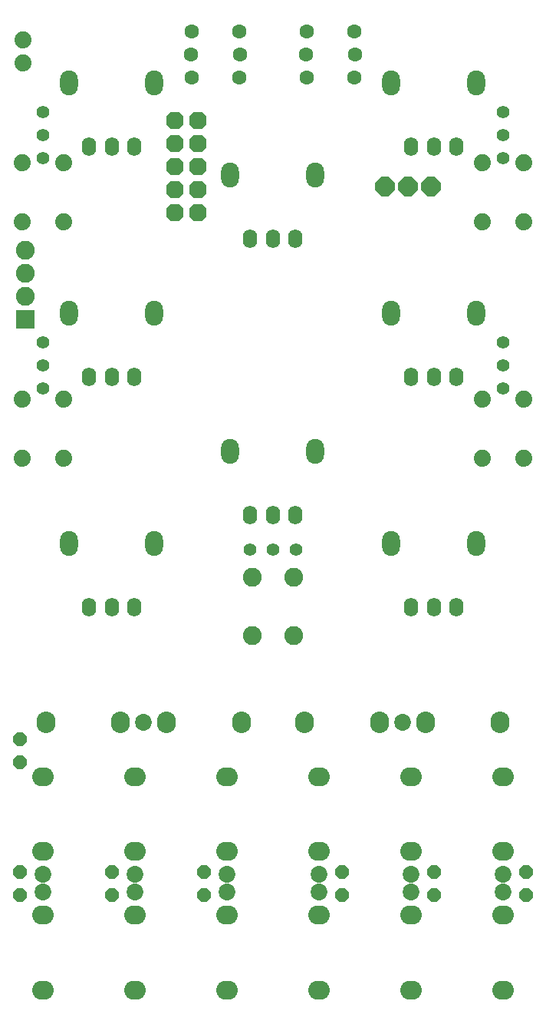
<source format=gbs>
G04 DipTrace 3.3.0.0*
G04 pachinko.GBS*
%MOIN*%
G04 #@! TF.FileFunction,Soldermask,Bot*
G04 #@! TF.Part,Single*
%AMOUTLINE1*
4,1,8,
0.017397,-0.042,
0.042,-0.017397,
0.042,0.017397,
0.017397,0.042,
-0.017397,0.042,
-0.042,0.017397,
-0.042,-0.017397,
-0.017397,-0.042,
0.017397,-0.042,
0*%
%AMOUTLINE4*
4,1,8,
0.015816,0.038184,
0.038184,0.015816,
0.038184,-0.015816,
0.015816,-0.038184,
-0.015816,-0.038184,
-0.038184,-0.015816,
-0.038184,0.015816,
-0.015816,0.038184,
0.015816,0.038184,
0*%
%AMOUTLINE7*
4,1,8,
0.012426,0.03,
0.03,0.012426,
0.03,-0.012426,
0.012426,-0.03,
-0.012426,-0.03,
-0.03,-0.012426,
-0.03,0.012426,
-0.012426,0.03,
0.012426,0.03,
0*%
%AMOUTLINE10*
4,1,8,
-0.012426,-0.03,
-0.03,-0.012426,
-0.03,0.012426,
-0.012426,0.03,
0.012426,0.03,
0.03,0.012426,
0.03,-0.012426,
0.012426,-0.03,
-0.012426,-0.03,
0*%
%ADD50C,0.074*%
%ADD72C,0.063118*%
%ADD74O,0.078X0.108*%
%ADD76O,0.062X0.082*%
%ADD80C,0.055559*%
%ADD86C,0.082*%
%ADD88R,0.082X0.082*%
%ADD90O,0.093X0.083*%
%ADD92C,0.073*%
%ADD94O,0.083X0.093*%
%ADD134OUTLINE1*%
%ADD137OUTLINE4*%
%ADD140OUTLINE7*%
%ADD143OUTLINE10*%
%FSLAX26Y26*%
G04*
G70*
G90*
G75*
G01*
G04 BotMask*
%LPD*%
D134*
X2269184Y3944184D3*
X2169184D3*
X2069184D3*
D94*
X2244684Y1619184D3*
X2569684D3*
D92*
X2144684D3*
D94*
X918684D3*
X593684D3*
D92*
X1018684D3*
D90*
X2181684Y1057184D3*
Y1382184D3*
D92*
Y957184D3*
D90*
X1781684Y1057184D3*
Y1382184D3*
D92*
Y957184D3*
D94*
X2043684Y1619184D3*
X1718684D3*
D92*
X2143684D3*
D90*
X2581684Y1057184D3*
Y1382184D3*
D92*
Y957184D3*
D94*
X1119684Y1619184D3*
X1444684D3*
D92*
X1019684D3*
D90*
X1381684Y1057184D3*
Y1382184D3*
D92*
Y957184D3*
D90*
X981684Y1057184D3*
Y1382184D3*
D92*
Y957184D3*
D90*
X2581684Y781184D3*
Y456184D3*
D92*
Y881184D3*
D90*
X2181684Y781184D3*
Y456184D3*
D92*
Y881184D3*
D90*
X1781684Y781184D3*
Y456184D3*
D92*
Y881184D3*
D90*
X1381684Y781184D3*
Y456184D3*
D92*
Y881184D3*
D90*
X981684Y781184D3*
Y456184D3*
D92*
Y881184D3*
D90*
X581684Y781184D3*
Y456184D3*
D92*
Y881184D3*
D90*
Y1057184D3*
Y1382184D3*
D92*
Y957184D3*
D88*
X506684Y3369184D3*
D86*
Y3469184D3*
Y3569184D3*
Y3669184D3*
D50*
X494184Y4481684D3*
Y4581684D3*
D137*
X1256684Y3831684D3*
X1156684D3*
X1256684Y3931684D3*
X1156684D3*
X1256684Y4031684D3*
X1156684D3*
X1256684Y4131684D3*
X1156684D3*
X1256684Y4231684D3*
X1156684D3*
D80*
X2581684Y4169184D3*
Y4069184D3*
Y4269184D3*
X581684Y4169184D3*
Y4069184D3*
Y4269184D3*
X2581684Y3169184D3*
Y3069184D3*
Y3269184D3*
X581684Y3169184D3*
Y3069184D3*
Y3269184D3*
X1581684Y2369184D3*
X1681684D3*
X1481684D3*
D140*
X2681684Y869184D3*
Y969184D3*
X2281684Y869184D3*
Y969184D3*
X1881684Y869184D3*
Y969184D3*
D143*
X1280865D3*
Y869184D3*
X880865Y969184D3*
Y869184D3*
X481684Y969184D3*
Y869184D3*
Y1544184D3*
Y1444184D3*
D76*
X1483258Y3718593D3*
X1581684D3*
X1680109D3*
D74*
X1396644Y3994184D3*
X1766723D3*
D76*
X2183258Y4118593D3*
X2281684D3*
X2380109D3*
D74*
X2096644Y4394184D3*
X2466723D3*
D76*
X783258Y4118593D3*
X881684D3*
X980109D3*
D74*
X696644Y4394184D3*
X1066723D3*
D76*
X1483258Y2518593D3*
X1581684D3*
X1680109D3*
D74*
X1396644Y2794184D3*
X1766723D3*
D76*
X2183258Y3118593D3*
X2281684D3*
X2380109D3*
D74*
X2096644Y3394184D3*
X2466723D3*
D76*
X783258Y3118593D3*
X881684D3*
X980109D3*
D74*
X696644Y3394184D3*
X1066723D3*
D76*
X2183258Y2118593D3*
X2281684D3*
X2380109D3*
D74*
X2096644Y2394184D3*
X2466723D3*
D76*
X783258Y2118593D3*
X881684D3*
X980109D3*
D74*
X696644Y2394184D3*
X1066723D3*
D50*
X2492684Y4047184D3*
Y3791184D3*
X2670684Y4047184D3*
Y3791184D3*
X670684D3*
Y4047184D3*
X492684Y3791184D3*
Y4047184D3*
X2492684Y3022184D3*
Y2766184D3*
X2670684Y3022184D3*
Y2766184D3*
X670684D3*
Y3022184D3*
X492684Y2766184D3*
Y3022184D3*
D86*
X1670684Y1994184D3*
Y2250184D3*
X1492684Y1994184D3*
Y2250184D3*
D72*
X1434044Y4619396D3*
Y4419396D3*
X1229321D3*
Y4619396D3*
X1225384Y4519396D3*
X1437981D3*
X1729323Y4419184D3*
Y4619184D3*
X1934046D3*
Y4419184D3*
X1937983Y4519184D3*
X1725386D3*
M02*

</source>
